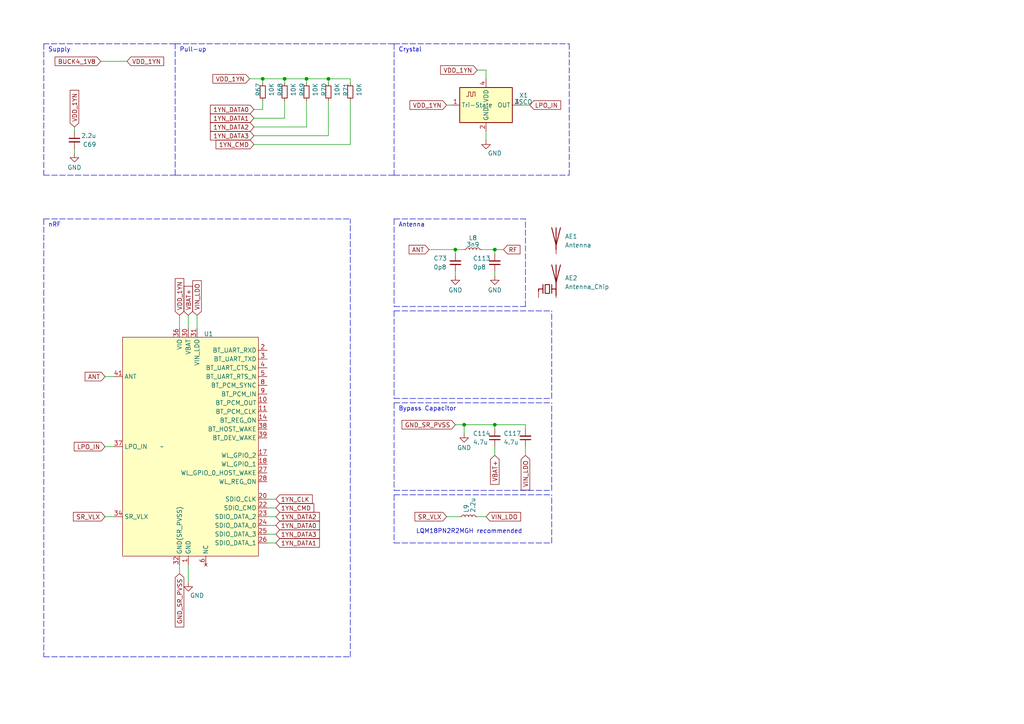
<source format=kicad_sch>
(kicad_sch (version 20230121) (generator eeschema)
  (paper "A4")
  (lib_symbols
    (symbol "ARMband:Murata_1YN"
      (property "Reference" "U" (at 0 0 0))
      (symbol "Murata_1YN_0_0"
        (pin power_in line (at 0 -34.29 90) (length 2.54) (name "GND") (number "1"))
        (pin bidirectional line (at 22.86 12.7 180) (length 2.54) (name "BT_PCM_OUT") (number "10"))
        (pin bidirectional line (at 22.86 10.16 180) (length 2.54) (name "BT_PCM_CLK") (number "11"))
        (pin power_in line (at 0 -34.29 90) (length 2.54) hide (name "GND") (number "12"))
        (pin no_connect line (at 5.08 -34.29 90) (length 2.54) hide (name "NC") (number "13"))
        (pin bidirectional line (at 22.86 7.62 180) (length 2.54) (name "BT_REG_ON") (number "14"))
        (pin no_connect line (at 5.08 -34.29 90) (length 2.54) hide (name "NC") (number "15"))
        (pin no_connect line (at 5.08 -34.29 90) (length 2.54) hide (name "NC") (number "16"))
        (pin bidirectional line (at 22.86 -2.54 180) (length 2.54) (name "WL_GPIO_2") (number "17"))
        (pin bidirectional line (at 22.86 -5.08 180) (length 2.54) (name "WL_GPIO_1") (number "18"))
        (pin power_in line (at 0 -34.29 90) (length 2.54) hide (name "GND") (number "19"))
        (pin bidirectional line (at 22.86 27.94 180) (length 2.54) (name "BT_UART_RXD") (number "2"))
        (pin bidirectional line (at 22.86 -15.24 180) (length 2.54) (name "SDIO_CLK") (number "20"))
        (pin power_in line (at 0 -34.29 90) (length 2.54) hide (name "GND") (number "21"))
        (pin bidirectional line (at 22.86 -17.78 180) (length 2.54) (name "SDIO_CMD") (number "22"))
        (pin bidirectional line (at 22.86 -20.32 180) (length 2.54) (name "SDIO_DATA_2") (number "23"))
        (pin bidirectional line (at 22.86 -22.86 180) (length 2.54) (name "SDIO_DATA_0") (number "24"))
        (pin bidirectional line (at 22.86 -25.4 180) (length 2.54) (name "SDIO_DATA_3") (number "25"))
        (pin bidirectional line (at 22.86 -27.94 180) (length 2.54) (name "SDIO_DATA_1") (number "26"))
        (pin bidirectional line (at 22.86 -7.62 180) (length 2.54) (name "WL_GPIO_0_HOST_WAKE") (number "27"))
        (pin bidirectional line (at 22.86 -10.16 180) (length 2.54) (name "WL_REG_ON") (number "28"))
        (pin power_in line (at 0 -34.29 90) (length 2.54) hide (name "GND") (number "29"))
        (pin bidirectional line (at 22.86 25.4 180) (length 2.54) (name "BT_UART_TXD") (number "3"))
        (pin bidirectional line (at 0 34.29 270) (length 2.54) (name "VBAT") (number "30"))
        (pin bidirectional line (at 2.54 34.29 270) (length 2.54) (name "VIN_LDO") (number "31"))
        (pin power_in line (at -2.54 -34.29 90) (length 2.54) (name "GND(SR_PVSS)") (number "32"))
        (pin bidirectional line (at -21.59 -20.32 0) (length 2.54) (name "SR_VLX") (number "34"))
        (pin power_in line (at 0 -34.29 90) (length 2.54) hide (name "GND") (number "35"))
        (pin bidirectional line (at -2.54 34.29 270) (length 2.54) (name "VIO") (number "36"))
        (pin bidirectional line (at -21.59 0 0) (length 2.54) (name "LPO_IN") (number "37"))
        (pin bidirectional line (at 22.86 5.08 180) (length 2.54) (name "BT_HOST_WAKE") (number "38"))
        (pin bidirectional line (at 22.86 2.54 180) (length 2.54) (name "BT_DEV_WAKE") (number "39"))
        (pin bidirectional line (at 22.86 22.86 180) (length 2.54) (name "BT_UART_CTS_N") (number "4"))
        (pin power_in line (at 0 -34.29 90) (length 2.54) hide (name "GND") (number "40"))
        (pin output line (at -21.59 20.32 0) (length 2.54) (name "ANT") (number "41"))
        (pin power_in line (at 0 -34.29 90) (length 2.54) hide (name "GND") (number "42"))
        (pin power_in line (at 0 -34.29 90) (length 2.54) hide (name "GND") (number "43"))
        (pin power_in line (at 0 -34.29 90) (length 2.54) hide (name "GND") (number "44"))
        (pin power_in line (at 0 -34.29 90) (length 2.54) hide (name "GND") (number "45"))
        (pin power_in line (at 0 -34.29 90) (length 2.54) hide (name "GND") (number "46"))
        (pin bidirectional line (at 22.86 20.32 180) (length 2.54) (name "BT_UART_RTS_N") (number "5"))
        (pin no_connect line (at 5.08 -34.29 90) (length 2.54) (name "NC") (number "6"))
        (pin no_connect line (at 5.08 -34.29 90) (length 2.54) hide (name "NC") (number "7"))
        (pin bidirectional line (at 22.86 17.78 180) (length 2.54) (name "BT_PCM_SYNC") (number "8"))
        (pin bidirectional line (at 22.86 15.24 180) (length 2.54) (name "BT_PCM_IN") (number "9"))
      )
      (symbol "Murata_1YN_0_1"
        (rectangle (start -19.05 31.75) (end 20.32 -31.75) (fill (type background)))
        (pin power_in line (at -2.54 -34.29 90) (length 2.54) hide (name "GND(SR_PVSS)") (number "33"))
      )
    )
    (symbol "Device:Antenna" (pin_numbers hide) (pin_names (offset 1.016) hide)
      (property "Reference" "AE" (at -1.905 1.905 0))
      (property "Value" "Antenna" (at -1.905 0 0))
      (symbol "Antenna_0_1"
        (polyline (pts (xy 0 2.54) (xy 0 -3.81)) (stroke (width 0.254)))
        (polyline (pts (xy 1.27 2.54) (xy 0 -2.54) (xy -1.27 2.54)) (stroke (width 0.254)))
      )
      (symbol "Antenna_1_1"
        (pin input line (at 0 -5.08 90) (length 2.54) (name "A") (number "1"))
      )
    )
    (symbol "Device:Antenna_Chip" (pin_numbers hide) (pin_names (offset 1.016) hide)
      (property "Reference" "AE" (at 0 5.08 0))
      (property "Value" "Antenna_Chip" (at 0 3.175 0))
      (symbol "Antenna_Chip_0_1"
        (polyline (pts (xy -2.54 0) (xy -2.54 -0.635)) (stroke (width 0.254)))
        (polyline (pts (xy -2.54 0) (xy -1.27 0)) (stroke (width 0.254)))
        (polyline (pts (xy 1.27 0) (xy 2.54 0)) (stroke (width 0.254)))
        (polyline (pts (xy 1.27 1.27) (xy 1.27 -1.27)) (stroke (width 0.254)))
        (polyline (pts (xy 2.54 -0.635) (xy 2.54 0)))
        (polyline (pts (xy 2.54 6.985) (xy 2.54 -1.905)) (stroke (width 0.254)))
        (polyline (pts (xy -1.27 1.27) (xy -1.27 -1.27) (xy -1.27 0)) (stroke (width 0.254)))
        (polyline (pts (xy 3.81 6.985) (xy 2.54 1.905) (xy 1.27 6.985)) (stroke (width 0.254)))
        (polyline (pts (xy -0.635 1.27) (xy 0.635 1.27) (xy 0.635 -1.27) (xy -0.635 -1.27) (xy -0.635 1.27)) (stroke (width 0.254)))
      )
      (symbol "Antenna_Chip_1_1"
        (pin input line (at -2.54 -2.54 90) (length 2.54) (name "FEED") (number "1"))
        (pin passive line (at 2.54 -2.54 90) (length 2.54) (name "PCB_Trace") (number "2"))
      )
    )
    (symbol "Device:C_Small" (pin_numbers hide) (pin_names (offset 0.254) hide)
      (property "Reference" "C" (at 0.254 1.778 0))
      (property "Value" "C_Small" (at 0.254 -2.032 0))
      (symbol "C_Small_0_1"
        (polyline (pts (xy -1.524 -0.508) (xy 1.524 -0.508)) (stroke (width 0.3302)))
        (polyline (pts (xy -1.524 0.508) (xy 1.524 0.508)) (stroke (width 0.3048)))
      )
      (symbol "C_Small_1_1"
        (pin passive line (at 0 2.54 270) (length 2.032) (name "~") (number "1"))
        (pin passive line (at 0 -2.54 90) (length 2.032) (name "~") (number "2"))
      )
    )
    (symbol "Device:L_Small" (pin_numbers hide) (pin_names (offset 0.254) hide)
      (property "Reference" "L" (at 0.762 1.016 0))
      (property "Value" "L_Small" (at 0.762 -1.016 0))
      (symbol "L_Small_0_1"
        (arc (start 0 -2.032) (mid 0.5058 -1.524) (end 0 -1.016))
        (arc (start 0 -1.016) (mid 0.5058 -0.508) (end 0 0))
        (arc (start 0 0) (mid 0.5058 0.508) (end 0 1.016))
        (arc (start 0 1.016) (mid 0.5058 1.524) (end 0 2.032))
      )
      (symbol "L_Small_1_1"
        (pin passive line (at 0 2.54 270) (length 0.508) (name "~") (number "1"))
        (pin passive line (at 0 -2.54 90) (length 0.508) (name "~") (number "2"))
      )
    )
    (symbol "Device:R_Small" (pin_numbers hide) (pin_names (offset 0.254) hide)
      (property "Reference" "R" (at 0.762 0.508 0))
      (property "Value" "R_Small" (at 0.762 -1.016 0))
      (symbol "R_Small_0_1"
        (rectangle (start -0.762 1.778) (end 0.762 -1.778) (stroke (width 0.2032)))
      )
      (symbol "R_Small_1_1"
        (pin passive line (at 0 2.54 270) (length 0.762) (name "~") (number "1"))
        (pin passive line (at 0 -2.54 90) (length 0.762) (name "~") (number "2"))
      )
    )
    (symbol "Oscillator:ASCO"
      (property "Reference" "X" (at -7.62 6.35 0))
      (property "Value" "ASCO" (at 1.27 -6.35 0))
      (symbol "ASCO_0_1"
        (rectangle (start -7.62 5.08) (end 7.62 -5.08) (stroke (width 0.254)) (fill (type background)))
        (polyline (pts (xy -5.715 2.54) (xy -5.08 2.54) (xy -5.08 3.81) (xy -4.445 3.81) (xy -4.445 2.54) (xy -3.81 2.54) (xy -3.81 3.81) (xy -3.175 3.81) (xy -3.175 2.54)))
      )
      (symbol "ASCO_1_1"
        (pin input line (at -10.16 0 0) (length 2.54) (name "Tri-State") (number "1"))
        (pin power_in line (at 0 -7.62 90) (length 2.54) (name "GND") (number "2"))
        (pin output line (at 10.16 0 180) (length 2.54) (name "OUT") (number "3"))
        (pin power_in line (at 0 7.62 270) (length 2.54) (name "VDD") (number "4"))
      )
    )
    (symbol "power:GND" (power) (pin_names (offset 0))
      (property "Value" "GND" (at 0 -3.81 0))
      (symbol "GND_0_1"
        (polyline (pts (xy 0 0) (xy 0 -1.27) (xy 1.27 -1.27) (xy 0 -2.54) (xy -1.27 -1.27) (xy 0 -1.27)))
      )
      (symbol "GND_1_1"
        (pin power_in line (at 0 0 270) (length 0) hide (name "GND") (number "1"))
      )
    )
  )
  (junction (at 76.2 22.86))
  (junction (at 132.08 72.39))
  (junction (at 134.62 123.19))
  (junction (at 143.51 72.39))
  (junction (at 88.9 22.86))
  (junction (at 95.25 22.86))
  (junction (at 82.55 22.86))
  (junction (at 143.51 123.19))
  (wire (pts (xy 88.9 22.86) (xy 95.25 22.86)))
  (polyline (pts (xy 12.7 12.7) (xy 12.7 50.8)) (stroke (width 0) (type dash)))
  (wire (pts (xy 143.51 78.74) (xy 143.51 80.01)))
  (wire (pts (xy 143.51 72.39) (xy 146.05 72.39)))
  (polyline (pts (xy 114.3 143.51) (xy 160.02 143.51)) (stroke (width 0) (type dash)))
  (wire (pts (xy 21.59 36.83) (xy 21.59 38.1)))
  (polyline (pts (xy 114.3 142.24) (xy 160.02 142.24)) (stroke (width 0) (type dash)))
  (wire (pts (xy 73.66 31.75) (xy 76.2 31.75)))
  (wire (pts (xy 152.4 124.46) (xy 152.4 123.19)))
  (wire (pts (xy 143.51 129.54) (xy 143.51 132.08)))
  (wire (pts (xy 143.51 123.19) (xy 134.62 123.19)))
  (wire (pts (xy 134.62 125.73) (xy 134.62 123.19)))
  (wire (pts (xy 77.47 147.32) (xy 80.01 147.32)))
  (wire (pts (xy 95.25 22.86) (xy 101.6 22.86)))
  (wire (pts (xy 143.51 72.39) (xy 143.51 73.66)))
  (wire (pts (xy 82.55 34.29) (xy 82.55 29.21)))
  (wire (pts (xy 151.13 30.48) (xy 153.67 30.48)))
  (wire (pts (xy 143.51 124.46) (xy 143.51 123.19)))
  (polyline (pts (xy 114.3 90.17) (xy 114.3 115.57)) (stroke (width 0) (type dash)))
  (polyline (pts (xy 114.3 63.5) (xy 152.4 63.5)) (stroke (width 0) (type dash)))
  (wire (pts (xy 77.47 154.94) (xy 80.01 154.94)))
  (polyline (pts (xy 114.3 157.48) (xy 160.02 157.48)) (stroke (width 0) (type dash)))
  (wire (pts (xy 73.66 41.91) (xy 101.6 41.91)))
  (polyline (pts (xy 160.02 142.24) (xy 160.02 116.84)) (stroke (width 0) (type dash)))
  (wire (pts (xy 30.48 149.86) (xy 33.02 149.86)))
  (wire (pts (xy 52.07 91.44) (xy 52.07 95.25)))
  (wire (pts (xy 73.66 39.37) (xy 95.25 39.37)))
  (polyline (pts (xy 152.4 88.9) (xy 152.4 63.5)) (stroke (width 0) (type dash)))
  (wire (pts (xy 138.43 149.86) (xy 140.97 149.86)))
  (wire (pts (xy 139.7 72.39) (xy 143.51 72.39)))
  (wire (pts (xy 129.54 30.48) (xy 130.81 30.48)))
  (wire (pts (xy 30.48 109.22) (xy 33.02 109.22)))
  (wire (pts (xy 140.97 38.1) (xy 140.97 40.64)))
  (polyline (pts (xy 114.3 90.17) (xy 160.02 90.17)) (stroke (width 0) (type dash)))
  (polyline (pts (xy 50.8 50.8) (xy 50.8 12.7)) (stroke (width 0) (type dash)))
  (polyline (pts (xy 114.3 12.7) (xy 114.3 50.8)) (stroke (width 0) (type dash)))
  (wire (pts (xy 30.48 129.54) (xy 33.02 129.54)))
  (wire (pts (xy 129.54 149.86) (xy 133.35 149.86)))
  (wire (pts (xy 134.62 72.39) (xy 132.08 72.39)))
  (wire (pts (xy 140.97 20.32) (xy 138.43 20.32)))
  (wire (pts (xy 76.2 31.75) (xy 76.2 29.21)))
  (wire (pts (xy 134.62 123.19) (xy 132.08 123.19)))
  (wire (pts (xy 101.6 41.91) (xy 101.6 29.21)))
  (wire (pts (xy 73.66 36.83) (xy 88.9 36.83)))
  (polyline (pts (xy 114.3 116.84) (xy 160.02 116.84)) (stroke (width 0) (type dash)))
  (wire (pts (xy 101.6 22.86) (xy 101.6 24.13)))
  (wire (pts (xy 95.25 39.37) (xy 95.25 29.21)))
  (wire (pts (xy 77.47 157.48) (xy 80.01 157.48)))
  (wire (pts (xy 95.25 22.86) (xy 95.25 24.13)))
  (polyline (pts (xy 114.3 63.5) (xy 114.3 88.9)) (stroke (width 0) (type dash)))
  (wire (pts (xy 54.61 91.44) (xy 54.61 95.25)))
  (polyline (pts (xy 50.8 12.7) (xy 12.7 12.7)) (stroke (width 0) (type dash)))
  (wire (pts (xy 54.61 163.83) (xy 54.61 168.91)))
  (wire (pts (xy 76.2 22.86) (xy 82.55 22.86)))
  (wire (pts (xy 29.21 17.78) (xy 36.83 17.78)))
  (wire (pts (xy 88.9 36.83) (xy 88.9 29.21)))
  (wire (pts (xy 73.66 34.29) (xy 82.55 34.29)))
  (wire (pts (xy 77.47 152.4) (xy 80.01 152.4)))
  (wire (pts (xy 82.55 22.86) (xy 88.9 22.86)))
  (wire (pts (xy 82.55 22.86) (xy 82.55 24.13)))
  (wire (pts (xy 57.15 91.44) (xy 57.15 95.25)))
  (polyline (pts (xy 114.3 50.8) (xy 165.1 50.8)) (stroke (width 0) (type dash)))
  (wire (pts (xy 72.39 22.86) (xy 76.2 22.86)))
  (polyline (pts (xy 12.7 190.5) (xy 101.6 190.5)) (stroke (width 0) (type dash)))
  (wire (pts (xy 132.08 78.74) (xy 132.08 80.01)))
  (polyline (pts (xy 160.02 157.48) (xy 160.02 143.51)) (stroke (width 0) (type dash)))
  (wire (pts (xy 77.47 144.78) (xy 80.01 144.78)))
  (wire (pts (xy 152.4 129.54) (xy 152.4 132.08)))
  (wire (pts (xy 77.47 149.86) (xy 80.01 149.86)))
  (wire (pts (xy 21.59 44.45) (xy 21.59 43.18)))
  (wire (pts (xy 52.07 163.83) (xy 52.07 166.37)))
  (polyline (pts (xy 12.7 63.5) (xy 12.7 190.5)) (stroke (width 0) (type dash)))
  (wire (pts (xy 124.46 72.39) (xy 132.08 72.39)))
  (polyline (pts (xy 101.6 190.5) (xy 101.6 63.5)) (stroke (width 0) (type dash)))
  (polyline (pts (xy 114.3 143.51) (xy 114.3 157.48)) (stroke (width 0) (type dash)))
  (wire (pts (xy 132.08 72.39) (xy 132.08 73.66)))
  (polyline (pts (xy 50.8 12.7) (xy 114.3 12.7)) (stroke (width 0) (type dash)))
  (polyline (pts (xy 114.3 50.8) (xy 50.8 50.8)) (stroke (width 0) (type dash)))
  (polyline (pts (xy 114.3 12.7) (xy 165.1 12.7)) (stroke (width 0) (type dash)))
  (wire (pts (xy 152.4 123.19) (xy 143.51 123.19)))
  (polyline (pts (xy 165.1 12.7) (xy 165.1 50.8)) (stroke (width 0) (type dash)))
  (wire (pts (xy 88.9 22.86) (xy 88.9 24.13)))
  (polyline (pts (xy 12.7 63.5) (xy 101.6 63.5)) (stroke (width 0) (type dash)))
  (polyline (pts (xy 114.3 115.57) (xy 160.02 115.57)) (stroke (width 0) (type dash)))
  (wire (pts (xy 140.97 22.86) (xy 140.97 20.32)))
  (polyline (pts (xy 114.3 88.9) (xy 152.4 88.9)) (stroke (width 0) (type dash)))
  (wire (pts (xy 76.2 22.86) (xy 76.2 24.13)))
  (polyline (pts (xy 160.02 115.57) (xy 160.02 90.17)) (stroke (width 0) (type dash)))
  (polyline (pts (xy 114.3 116.84) (xy 114.3 142.24)) (stroke (width 0) (type dash)))
  (polyline (pts (xy 12.7 50.8) (xy 50.8 50.8)) (stroke (width 0) (type dash)))
  (text "Antenna" (at 115.57 66.04 0) (effects (font (size 1.27 1.27)) (justify left bottom)))
  (text "Crystal" (at 115.57 15.24 0) (effects (font (size 1.27 1.27)) (justify left bottom)))
  (text "nRF" (at 13.97 66.04 0) (effects (font (size 1.27 1.27)) (justify left bottom)))
  (text "Pull-up" (at 52.07 15.24 0) (effects (font (size 1.27 1.27)) (justify left bottom)))
  (text "LQM18PN2R2MGH recommended" (at 120.65 154.94 0) (effects (font (size 1.27 1.27)) (justify left bottom)))
  (text "Bypass Capacitor\n" (at 115.57 119.38 0) (effects (font (size 1.27 1.27)) (justify left bottom)))
  (text "Supply" (at 13.97 15.24 0) (effects (font (size 1.27 1.27)) (justify left bottom)))
  (global_label "1YN_DATA2" (shape input) (at 80.01 149.86 0) (property "Intersheetrefs" "${INTERSHEET_REFS}" (effects hide)))
  (global_label "LPO_IN" (shape input) (at 30.48 129.54 180) (property "Intersheetrefs" "${INTERSHEET_REFS}" (effects hide)))
  (global_label "ANT" (shape input) (at 124.46 72.39 180) (property "Intersheetrefs" "${INTERSHEET_REFS}" (effects hide)))
  (global_label "VDD_1YN" (shape input) (at 138.43 20.32 180) (property "Intersheetrefs" "${INTERSHEET_REFS}" (effects hide)))
  (global_label "VDD_1YN" (shape input) (at 52.07 91.44 90) (property "Intersheetrefs" "${INTERSHEET_REFS}" (effects hide)))
  (global_label "VIN_LDO" (shape input) (at 140.97 149.86 0) (property "Intersheetrefs" "${INTERSHEET_REFS}" (effects hide)))
  (global_label "1YN_DATA3" (shape input) (at 80.01 154.94 0) (property "Intersheetrefs" "${INTERSHEET_REFS}" (effects hide)))
  (global_label "VDD_1YN" (shape input) (at 72.39 22.86 180) (property "Intersheetrefs" "${INTERSHEET_REFS}" (effects hide)))
  (global_label "RF" (shape input) (at 146.05 72.39 0) (property "Intersheetrefs" "${INTERSHEET_REFS}" (effects hide)))
  (global_label "1YN_DATA2" (shape input) (at 73.66 36.83 180) (property "Intersheetrefs" "${INTERSHEET_REFS}" (effects hide)))
  (global_label "1YN_DATA0" (shape input) (at 80.01 152.4 0) (property "Intersheetrefs" "${INTERSHEET_REFS}" (effects hide)))
  (global_label "GND_SR_PVSS" (shape input) (at 52.07 166.37 270) (property "Intersheetrefs" "${INTERSHEET_REFS}" (effects hide)))
  (global_label "VDD_1YN" (shape input) (at 36.83 17.78 0) (property "Intersheetrefs" "${INTERSHEET_REFS}" (effects hide)))
  (global_label "VDD_1YN" (shape input) (at 129.54 30.48 180) (property "Intersheetrefs" "${INTERSHEET_REFS}" (effects hide)))
  (global_label "1YN_CLK" (shape input) (at 80.01 144.78 0) (property "Intersheetrefs" "${INTERSHEET_REFS}" (effects hide)))
  (global_label "1YN_DATA0" (shape input) (at 73.66 31.75 180) (property "Intersheetrefs" "${INTERSHEET_REFS}" (effects hide)))
  (global_label "VDD_1YN" (shape input) (at 21.59 36.83 90) (property "Intersheetrefs" "${INTERSHEET_REFS}" (effects hide)))
  (global_label "1YN_CMD" (shape input) (at 80.01 147.32 0) (property "Intersheetrefs" "${INTERSHEET_REFS}" (effects hide)))
  (global_label "SR_VLX" (shape input) (at 129.54 149.86 180) (property "Intersheetrefs" "${INTERSHEET_REFS}" (effects hide)))
  (global_label "VBAT+" (shape input) (at 54.61 91.44 90) (property "Intersheetrefs" "${INTERSHEET_REFS}" (effects hide)))
  (global_label "ANT" (shape input) (at 30.48 109.22 180) (property "Intersheetrefs" "${INTERSHEET_REFS}" (effects hide)))
  (global_label "1YN_DATA3" (shape input) (at 73.66 39.37 180) (property "Intersheetrefs" "${INTERSHEET_REFS}" (effects hide)))
  (global_label "GND_SR_PVSS" (shape input) (at 132.08 123.19 180) (property "Intersheetrefs" "${INTERSHEET_REFS}" (effects hide)))
  (global_label "1YN_DATA1" (shape input) (at 80.01 157.48 0) (property "Intersheetrefs" "${INTERSHEET_REFS}" (effects hide)))
  (global_label "BUCK4_1V8" (shape input) (at 29.21 17.78 180) (property "Intersheetrefs" "${INTERSHEET_REFS}" (effects hide)))
  (global_label "VIN_LDO" (shape input) (at 57.15 91.44 90) (property "Intersheetrefs" "${INTERSHEET_REFS}" (effects hide)))
  (global_label "SR_VLX" (shape input) (at 30.48 149.86 180) (property "Intersheetrefs" "${INTERSHEET_REFS}" (effects hide)))
  (global_label "VBAT+" (shape input) (at 143.51 132.08 270) (property "Intersheetrefs" "${INTERSHEET_REFS}" (effects hide)))
  (global_label "1YN_DATA1" (shape input) (at 73.66 34.29 180) (property "Intersheetrefs" "${INTERSHEET_REFS}" (effects hide)))
  (global_label "LPO_IN" (shape input) (at 153.67 30.48 0) (property "Intersheetrefs" "${INTERSHEET_REFS}" (effects hide)))
  (global_label "VIN_LDO" (shape input) (at 152.4 132.08 270) (property "Intersheetrefs" "${INTERSHEET_REFS}" (effects hide)))
  (global_label "1YN_CMD" (shape input) (at 73.66 41.91 180) (property "Intersheetrefs" "${INTERSHEET_REFS}" (effects hide)))
  (symbol (lib_id "power:GND") (at 132.08 80.01 0) (unit 1)
    (property "Reference" "#PWR072" (effects hide))
    (property "Value" "GND" (at 132.08 84.1455 0))
  )
  (symbol (lib_id "Device:C_Small") (at 143.51 76.2 180) (unit 1)
    (property "Reference" "C113" (at 137.16 74.93 0) (effects (justify right)))
    (property "Value" "0p8" (at 137.16 77.47 0) (effects (justify right)))
  )
  (symbol (lib_id "Device:C_Small") (at 143.51 127 180) (unit 1)
    (property "Reference" "C114" (at 137.16 125.73 0) (effects (justify right)))
    (property "Value" "4.7u" (at 137.16 128.27 0) (effects (justify right)))
  )
  (symbol (lib_id "power:GND") (at 143.51 80.01 0) (unit 1)
    (property "Reference" "#PWR068" (effects hide))
    (property "Value" "GND" (at 143.51 84.1455 0))
  )
  (symbol (lib_id "Device:C_Small") (at 152.4 127 180) (unit 1)
    (property "Reference" "C117" (at 146.05 125.73 0) (effects (justify right)))
    (property "Value" "4.7u" (at 146.05 128.27 0) (effects (justify right)))
  )
  (symbol (lib_id "power:GND") (at 21.59 44.45 0) (unit 1)
    (property "Reference" "#PWR069" (effects hide))
    (property "Value" "GND" (at 21.59 48.5855 0))
  )
  (symbol (lib_id "Device:L_Small") (at 135.89 149.86 90) (unit 1)
    (property "Reference" "L9" (at 135.2463 148.7192 0) (effects (justify left)))
    (property "Value" "2.2u" (at 137.1673 148.7192 0) (effects (justify left)))
  )
  (symbol (lib_id "Device:R_Small") (at 76.2 26.67 0) (unit 1)
    (property "Reference" "R67" (at 74.93 27.94 90) (effects (justify left)))
    (property "Value" "10K" (at 78.74 27.94 90) (effects (justify left)))
  )
  (symbol (lib_id "power:GND") (at 134.62 125.73 0) (unit 1)
    (property "Reference" "#PWR099" (effects hide))
    (property "Value" "GND" (at 134.62 129.8655 0))
  )
  (symbol (lib_id "Device:Antenna") (at 161.29 68.58 0) (unit 1)
    (property "Reference" "AE1" (at 163.83 68.58 0) (effects (justify left)))
    (property "Value" "Antenna" (at 163.83 71.12 0) (effects (justify left)))
  )
  (symbol (lib_id "Device:R_Small") (at 88.9 26.67 0) (unit 1)
    (property "Reference" "R69" (at 87.63 27.94 90) (effects (justify left)))
    (property "Value" "10K" (at 91.44 27.94 90) (effects (justify left)))
  )
  (symbol (lib_id "Device:L_Small") (at 137.16 72.39 90) (unit 1)
    (property "Reference" "L8" (at 137.16 69.0013 90))
    (property "Value" "3n9" (at 137.16 70.9223 90))
  )
  (symbol (lib_id "Device:C_Small") (at 21.59 40.64 0) (unit 1)
    (property "Reference" "C69" (at 27.94 41.91 0) (effects (justify right)))
    (property "Value" "2.2u" (at 27.94 39.37 0) (effects (justify right)))
  )
  (symbol (lib_id "Device:R_Small") (at 101.6 26.67 0) (unit 1)
    (property "Reference" "R71" (at 100.33 27.94 90) (effects (justify left)))
    (property "Value" "10K" (at 104.14 27.94 90) (effects (justify left)))
  )
  (symbol (lib_id "Device:R_Small") (at 82.55 26.67 0) (unit 1)
    (property "Reference" "R68" (at 81.28 27.94 90) (effects (justify left)))
    (property "Value" "10K" (at 85.09 27.94 90) (effects (justify left)))
  )
  (symbol (lib_id "power:GND") (at 54.61 168.91 0) (unit 1)
    (property "Reference" "#PWR067" (effects hide))
    (property "Value" "GND" (at 57.15 172.72 0))
  )
  (symbol (lib_id "Device:Antenna_Chip") (at 158.75 83.82 0) (unit 1)
    (property "Reference" "AE2" (at 163.83 80.645 0) (effects (justify left)))
    (property "Value" "Antenna_Chip" (at 163.83 83.185 0) (effects (justify left)))
  )
  (symbol (lib_id "ARMband:Murata_1YN") (at 54.61 129.54 0) (unit 1)
    (property "Reference" "U1" (at 59.1059 96.8281 0) (effects (justify left)))
    (property "Value" "~" (at 46.99 129.54 0))
    (property "Footprint" "ARMband:Murata 1YN" (effects hide))
  )
  (symbol (lib_id "Oscillator:ASCO") (at 140.97 30.48 0) (unit 1)
    (property "Reference" "X1" (at 151.8728 27.6479 0))
    (property "Value" "ASCO" (at 151.8728 29.5689 0))
    (property "Footprint" "Oscillator:Oscillator_SMD_Abracon_ASCO-4Pin_1.6x1.2mm" (effects hide))
    (property "Datasheet" "https://abracon.com/Oscillators/ASCO.pdf" (effects hide))
  )
  (symbol (lib_id "Device:R_Small") (at 95.25 26.67 0) (unit 1)
    (property "Reference" "R70" (at 93.98 27.94 90) (effects (justify left)))
    (property "Value" "10K" (at 97.79 27.94 90) (effects (justify left)))
  )
  (symbol (lib_id "Device:C_Small") (at 132.08 76.2 180) (unit 1)
    (property "Reference" "C73" (at 125.73 74.93 0) (effects (justify right)))
    (property "Value" "0p8" (at 125.73 77.47 0) (effects (justify right)))
  )
  (symbol (lib_id "power:GND") (at 140.97 40.64 0) (unit 1)
    (property "Reference" "#PWR070" (effects hide))
    (property "Value" "GND" (at 143.51 44.45 0))
  )
)
</source>
